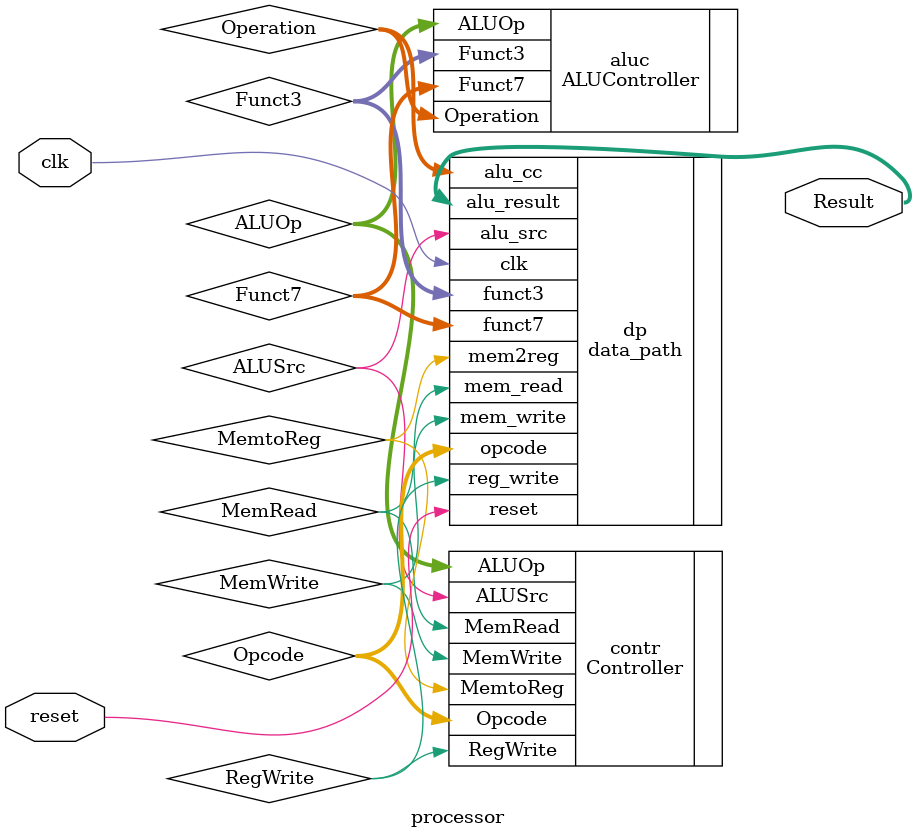
<source format=v>
`timescale 1ns / 1ps
module processor
(
input clk , reset ,
output [31:0] Result
);
// Define the input and output signals
wire [6:0] Funct7, Opcode;         
wire [2:0] Funct3;         
wire [1:0] ALUOp;          
wire [3:0] Operation;
wire ALUSrc , MemtoReg , RegWrite , MemRead , MemWrite;

// Define the processor modules behavior
data_path dp(.clk(clk),
            .reset(reset),
            .reg_write(RegWrite),
            .mem2reg(MemtoReg),
            .alu_src(ALUSrc),
            .mem_write(MemWrite),
            .mem_read(MemRead),
            .alu_cc(Operation),
            .opcode(Opcode),
            .funct7(Funct7),
            .funct3(Funct3),
            .alu_result(Result)
);

Controller contr(.Opcode(Opcode) , .ALUSrc(ALUSrc) , .MemtoReg(MemtoReg) , .RegWrite(RegWrite) ,
.MemRead(MemRead) , .MemWrite(MemWrite) , .ALUOp(ALUOp)
);

ALUController aluc(.ALUOp(ALUOp) , .Funct7(Funct7) , .Funct3(Funct3) , .Operation(Operation)
);

endmodule // processor
</source>
